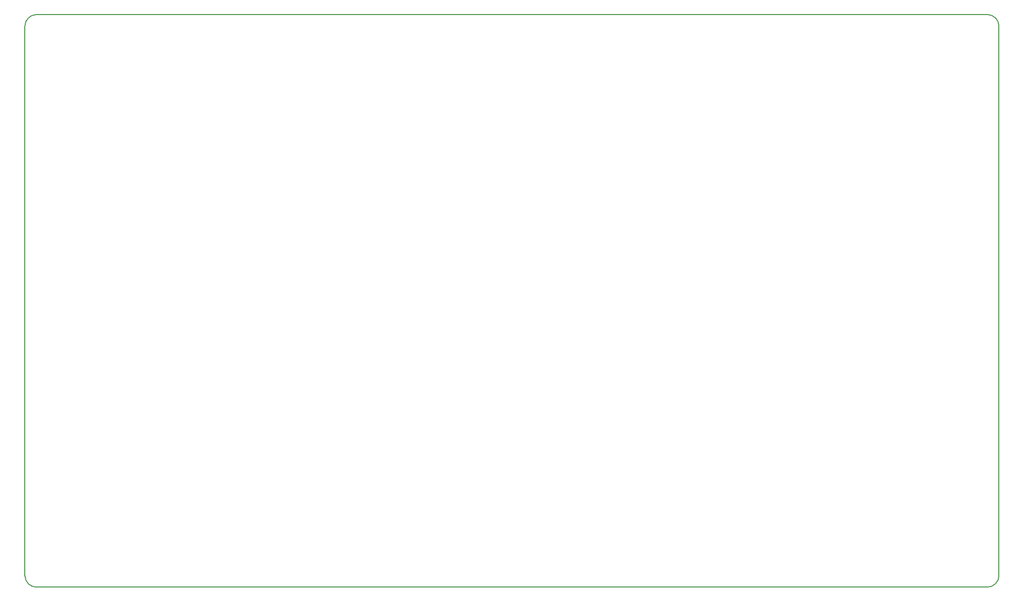
<source format=gm1>
%TF.GenerationSoftware,KiCad,Pcbnew,8.0.2-8.0.2-0~ubuntu22.04.1*%
%TF.CreationDate,2024-05-24T15:24:21-07:00*%
%TF.ProjectId,YamhillFrontPanel,59616d68-696c-46c4-9672-6f6e7450616e,B*%
%TF.SameCoordinates,Original*%
%TF.FileFunction,Profile,NP*%
%FSLAX46Y46*%
G04 Gerber Fmt 4.6, Leading zero omitted, Abs format (unit mm)*
G04 Created by KiCad (PCBNEW 8.0.2-8.0.2-0~ubuntu22.04.1) date 2024-05-24 15:24:21*
%MOMM*%
%LPD*%
G01*
G04 APERTURE LIST*
%TA.AperFunction,Profile*%
%ADD10C,0.200000*%
%TD*%
G04 APERTURE END LIST*
D10*
X218000000Y-150000000D02*
X52000000Y-150000000D01*
X52000000Y-150000000D02*
G75*
G02*
X50000000Y-148000000I0J2000000D01*
G01*
X218000000Y-50000000D02*
G75*
G02*
X220000000Y-52000000I0J-2000000D01*
G01*
X50000000Y-52000000D02*
G75*
G02*
X52000000Y-50000000I2000000J0D01*
G01*
X50000000Y-148000000D02*
X50000000Y-52000000D01*
X52000000Y-50000000D02*
X218000000Y-50000000D01*
X220000000Y-148000000D02*
G75*
G02*
X218000000Y-150000000I-2000000J0D01*
G01*
X220000000Y-52000000D02*
X220000000Y-148000000D01*
M02*

</source>
